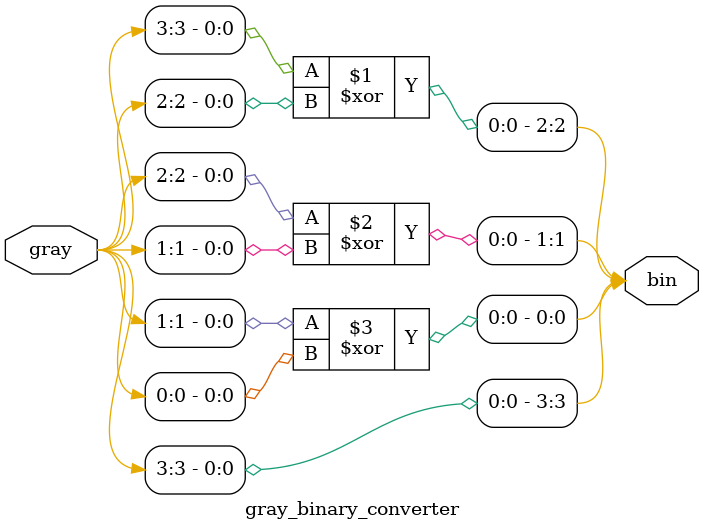
<source format=sv>
module gray_binary_converter(bin,gray);
  input [3:0] gray;
  output [3:0] bin;
  assign bin[3] = gray[3];
  assign bin[2] = gray[3]^gray[2];
  assign bin[1] = gray[2]^gray[1];
  assign bin[0] = gray[1]^gray[0];
endmodule

</source>
